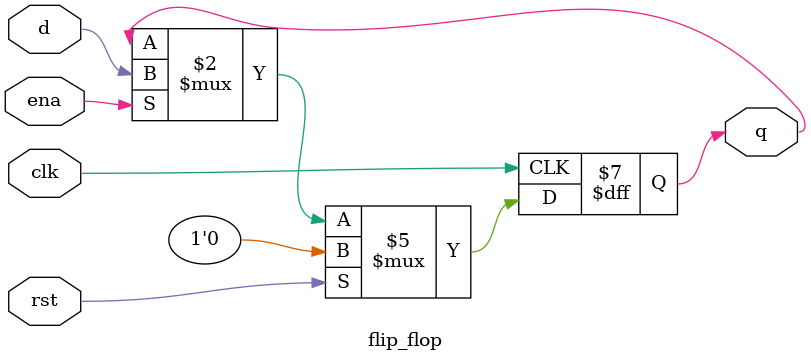
<source format=v>
`timescale 1ns / 1ps
`default_nettype none //helps catch typo-related bugs
module flip_flop(clk,d,q, rst, ena);

	//parameter definitions

	//port definitions - customize for different bit widths
	input  wire clk, rst, ena;
	input  wire d;
	output reg  q; //reg type means that you can put in an always block
	
	always @(posedge clk) begin
		if(rst) begin
			q <= 0;
		end
		else begin
			if(ena) begin
				q <= d;  //non-blocking-assignment operator - in english the "becomes" operator
				// q "becomes" d @ the posedge of the clock
			end
		end		
	end

endmodule
`default_nettype wire //some Xilinx IP requires that the default_nettype be set to wire

</source>
